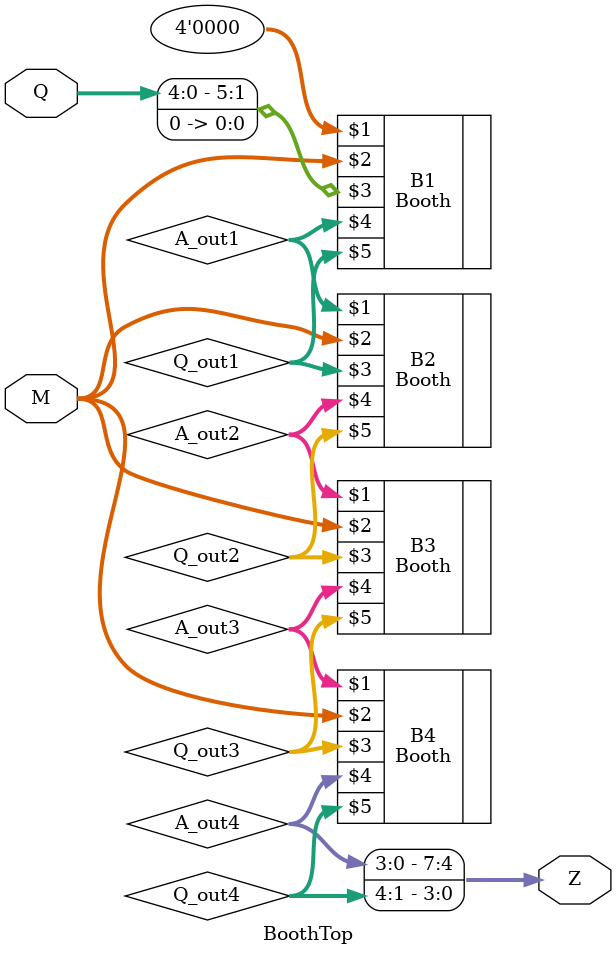
<source format=v>
`timescale 1ns / 1ps
module BoothTop(				////PP multiplication_s slide 27
	input [3:0] M,
	input [4:0] Q,
	output [7:0] Z
   );
	wire [3:0] A_out1, A_out2, A_out3, A_out4;
	wire [4:0] Q_out1, Q_out2, Q_out3, Q_out4;
	
	Booth B1 (4'b0000, M, {Q,1'b0}, A_out1, Q_out1);
	Booth B2 (A_out1, M, Q_out1, A_out2, Q_out2);
	Booth B3 (A_out2, M, Q_out2, A_out3, Q_out3);
	Booth B4 (A_out3, M, Q_out3, A_out4, Q_out4);

	assign Z = {A_out4, Q_out4[4:1]};	
endmodule

</source>
